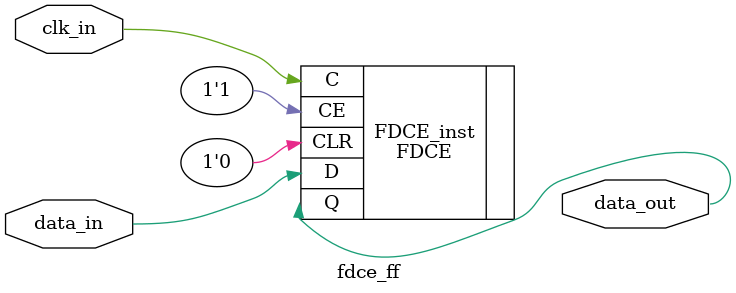
<source format=v>
`timescale 1ns / 1ps

module fdce_ff 
(
 input data_in,
 input clk_in,
 output data_out
 
);

 // FDCE: D Flip-Flop with Clock Enable and Asynchronous Clear
   //       Kintex UltraScale
   // Xilinx HDL Language Template, version 2018.2

   FDCE #(
      .INIT(1'b0),            // Initial value of register, 1'b0, 1'b1
      // Programmable Inversion Attributes: Specifies the use of the built-in programmable inversion
      .IS_CLR_INVERTED(1'b0), // Optional inversion for CLR
      .IS_C_INVERTED(1'b0),   // Optional inversion for C
      .IS_D_INVERTED(1'b0)    // Optional inversion for D
   )
   FDCE_inst (
      .Q(data_out),     // 1-bit output: Data
      .C(clk_in),     // 1-bit input: Clock
      .CE(1'b1),   // 1-bit input: Clock enable
      .CLR(1'b0), // 1-bit input: Asynchronous clear
      .D(data_in)      // 1-bit input: Data
   );

   // End of FDCE_inst instantiation
					



					

endmodule
</source>
